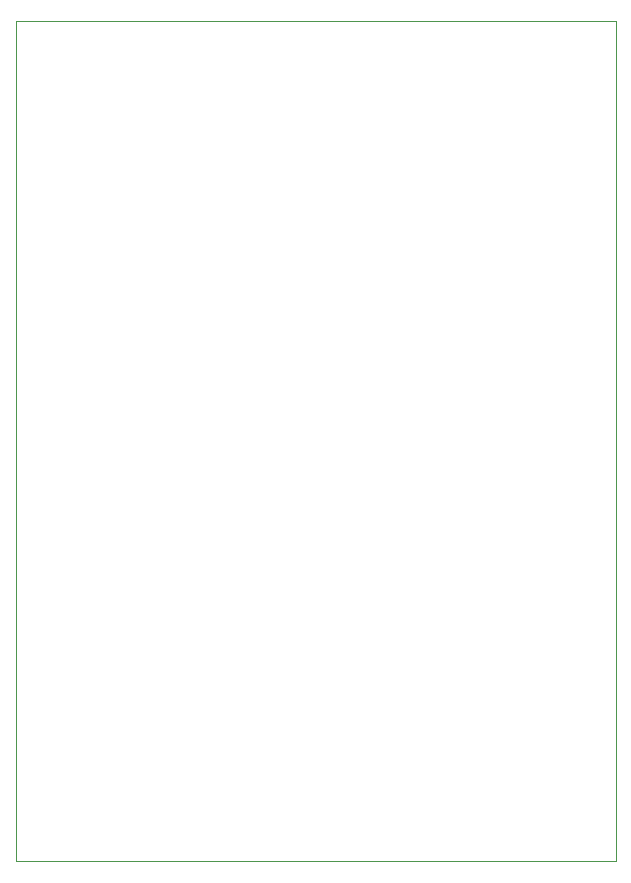
<source format=gbr>
%TF.GenerationSoftware,KiCad,Pcbnew,6.0.7-f9a2dced07~116~ubuntu20.04.1*%
%TF.CreationDate,2022-08-01T22:29:09-04:00*%
%TF.ProjectId,OverdrivePedal,4f766572-6472-4697-9665-506564616c2e,rev?*%
%TF.SameCoordinates,Original*%
%TF.FileFunction,Profile,NP*%
%FSLAX46Y46*%
G04 Gerber Fmt 4.6, Leading zero omitted, Abs format (unit mm)*
G04 Created by KiCad (PCBNEW 6.0.7-f9a2dced07~116~ubuntu20.04.1) date 2022-08-01 22:29:09*
%MOMM*%
%LPD*%
G01*
G04 APERTURE LIST*
%TA.AperFunction,Profile*%
%ADD10C,0.100000*%
%TD*%
G04 APERTURE END LIST*
D10*
X101600000Y-50800000D02*
X152400000Y-50800000D01*
X152400000Y-50800000D02*
X152400000Y-121920000D01*
X152400000Y-121920000D02*
X101600000Y-121920000D01*
X101600000Y-121920000D02*
X101600000Y-50800000D01*
M02*

</source>
